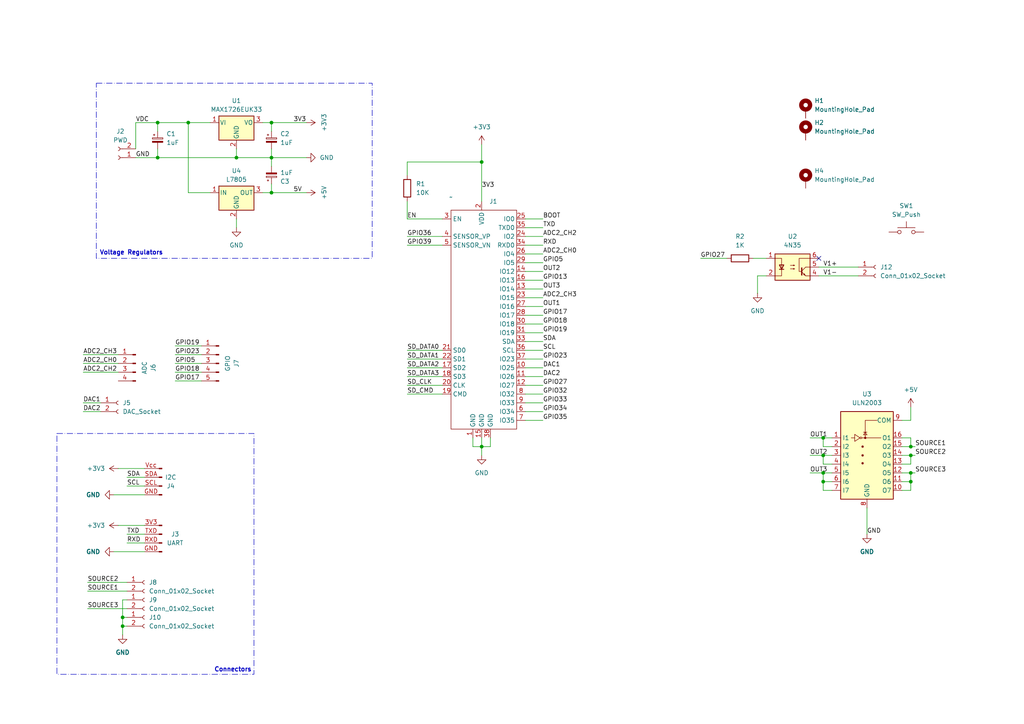
<source format=kicad_sch>
(kicad_sch (version 20231120) (generator "eeschema") (generator_version "8.0")
  (paper "A4")
  (lib_symbols
    (symbol "Alexander_Library_Symbols:Conn_I2C_01x04" (pin_names (offset 1.016) hide)
      (property "Reference" "J" (at 0 5.08 0))
      (property "Value" "I2C" (at 0 -7.62 0))
      (symbol "Conn_I2C_01x04_1_1"
        (polyline (pts (xy 1.27 -5.08) (xy 0.8636 -5.08)) (stroke (width 0.1524)))
        (polyline (pts (xy 1.27 -2.54) (xy 0.8636 -2.54)) (stroke (width 0.1524)))
        (polyline (pts (xy 1.27 0) (xy 0.8636 0)) (stroke (width 0.1524)))
        (polyline (pts (xy 1.27 2.54) (xy 0.8636 2.54)) (stroke (width 0.1524)))
        (rectangle (start 0.8636 -4.953) (end 0 -5.207) (stroke (width 0.1524)) (fill (type outline)))
        (rectangle (start 0.8636 -2.413) (end 0 -2.667) (stroke (width 0.1524)) (fill (type outline)))
        (rectangle (start 0.8636 0.127) (end 0 -0.127) (stroke (width 0.1524)) (fill (type outline)))
        (rectangle (start 0.8636 2.667) (end 0 2.413) (stroke (width 0.1524)) (fill (type outline)))
        (pin power_out line (at 5.08 -5.08 180) (length 3.81) (name "GND") (number "GND"))
        (pin bidirectional line (at 5.08 -2.54 180) (length 3.81) (name "SCL") (number "SCL"))
        (pin bidirectional line (at 5.08 0 180) (length 3.81) (name "SDA") (number "SDA"))
        (pin power_in line (at 5.08 2.54 180) (length 3.81) (name "VCC") (number "Vcc"))
      )
    )
    (symbol "Alexander_Library_Symbols:ESP32-WROOM-32D-SOCKET"
      (property "Reference" "J" (at 0 0 0))
      (symbol "ESP32-WROOM-32D-SOCKET_0_1"
        (rectangle (start 0 -3.81) (end 19.05 -67.31))
      )
      (symbol "ESP32-WROOM-32D-SOCKET_1_1"
        (pin power_out line (at 6.35 -69.85 90) (length 2.54) (name "GND") (number "1"))
        (pin bidirectional line (at 21.59 -49.53 180) (length 2.54) (name "IO25") (number "10"))
        (pin bidirectional line (at 21.59 -52.07 180) (length 2.54) (name "IO26") (number "11"))
        (pin bidirectional line (at 21.59 -54.61 180) (length 2.54) (name "IO27") (number "12"))
        (pin bidirectional line (at 21.59 -26.67 180) (length 2.54) (name "IO14") (number "13"))
        (pin bidirectional line (at 21.59 -21.59 180) (length 2.54) (name "IO12") (number "14"))
        (pin power_out line (at 8.89 -69.85 90) (length 2.54) (name "GND") (number "15"))
        (pin bidirectional line (at 21.59 -24.13 180) (length 2.54) (name "IO13") (number "16"))
        (pin input line (at -2.54 -49.53 0) (length 2.54) (name "SD2") (number "17"))
        (pin input line (at -2.54 -52.07 0) (length 2.54) (name "SD3") (number "18"))
        (pin input line (at -2.54 -57.15 0) (length 2.54) (name "CMD") (number "19"))
        (pin power_in line (at 8.89 -1.27 270) (length 2.54) (name "VDD") (number "2"))
        (pin input line (at -2.54 -54.61 0) (length 2.54) (name "CLK") (number "20"))
        (pin input line (at -2.54 -44.45 0) (length 2.54) (name "SD0") (number "21"))
        (pin input line (at -2.54 -46.99 0) (length 2.54) (name "SD1") (number "22"))
        (pin bidirectional line (at 21.59 -29.21 180) (length 2.54) (name "IO15") (number "23"))
        (pin bidirectional line (at 21.59 -11.43 180) (length 2.54) (name "IO2") (number "24"))
        (pin bidirectional line (at 21.59 -6.35 180) (length 2.54) (name "IO0") (number "25"))
        (pin bidirectional line (at 21.59 -16.51 180) (length 2.54) (name "IO4") (number "26"))
        (pin bidirectional line (at 21.59 -31.75 180) (length 2.54) (name "IO16") (number "27"))
        (pin bidirectional line (at 21.59 -34.29 180) (length 2.54) (name "IO17") (number "28"))
        (pin bidirectional line (at 21.59 -19.05 180) (length 2.54) (name "IO5") (number "29"))
        (pin input line (at -2.54 -6.35 0) (length 2.54) (name "EN") (number "3"))
        (pin bidirectional line (at 21.59 -36.83 180) (length 2.54) (name "IO18") (number "30"))
        (pin bidirectional line (at 21.59 -39.37 180) (length 2.54) (name "IO19") (number "31"))
        (pin bidirectional line (at 21.59 -41.91 180) (length 2.54) (name "SDA") (number "33"))
        (pin input line (at 21.59 -13.97 180) (length 2.54) (name "RXD0") (number "34"))
        (pin output line (at 21.59 -8.89 180) (length 2.54) (name "TXD0") (number "35"))
        (pin bidirectional line (at 21.59 -44.45 180) (length 2.54) (name "SCL") (number "36"))
        (pin bidirectional line (at 21.59 -46.99 180) (length 2.54) (name "IO23") (number "37"))
        (pin power_out line (at 11.43 -69.85 90) (length 2.54) (name "GND") (number "38"))
        (pin input line (at -2.54 -11.43 0) (length 2.54) (name "SENSOR_VP") (number "4"))
        (pin input line (at -2.54 -13.97 0) (length 2.54) (name "SENSOR_VN") (number "5"))
        (pin bidirectional line (at 21.59 -62.23 180) (length 2.54) (name "IO34") (number "6"))
        (pin bidirectional line (at 21.59 -64.77 180) (length 2.54) (name "IO35") (number "7"))
        (pin bidirectional line (at 21.59 -57.15 180) (length 2.54) (name "IO32") (number "8"))
        (pin bidirectional line (at 21.59 -59.69 180) (length 2.54) (name "IO33") (number "9"))
      )
    )
    (symbol "Conn_UART_1" (pin_names (offset 1.016) hide)
      (property "Reference" "J" (at 1.27 3.81 0))
      (property "Value" "UART" (at 2.54 -10.16 0))
      (symbol "Conn_UART_1_1_1"
        (polyline (pts (xy 1.27 -7.62) (xy 0.8636 -7.62)) (stroke (width 0.1524)))
        (polyline (pts (xy 1.27 -5.08) (xy 0.8636 -5.08)) (stroke (width 0.1524)))
        (polyline (pts (xy 1.27 -2.54) (xy 0.8636 -2.54)) (stroke (width 0.1524)))
        (polyline (pts (xy 1.27 0) (xy 0.8636 0)) (stroke (width 0.1524)))
        (rectangle (start 0.8636 -7.493) (end 0 -7.747) (stroke (width 0.1524)) (fill (type outline)))
        (rectangle (start 0.8636 -4.953) (end 0 -5.207) (stroke (width 0.1524)) (fill (type outline)))
        (rectangle (start 0.8636 -2.413) (end 0 -2.667) (stroke (width 0.1524)) (fill (type outline)))
        (rectangle (start 0.8636 0.127) (end 0 -0.127) (stroke (width 0.1524)) (fill (type outline)))
        (pin power_in line (at 5.08 0 180) (length 3.81) (name "3V3") (number "3V3"))
        (pin power_out line (at 5.08 -7.62 180) (length 3.81) (name "GND") (number "GND"))
        (pin input line (at 5.08 -5.08 180) (length 3.81) (name "RXD") (number "RXD"))
        (pin output line (at 5.08 -2.54 180) (length 3.81) (name "TXD") (number "TXD"))
      )
    )
    (symbol "Connector:Conn_01x02_Socket" (pin_names (offset 1.016) hide)
      (property "Reference" "J" (at 0 2.54 0))
      (property "Value" "Conn_01x02_Socket" (at 0 -5.08 0))
      (symbol "Conn_01x02_Socket_1_1"
        (arc (start 0 -2.032) (mid -0.5058 -2.54) (end 0 -3.048) (stroke (width 0.1524)))
        (polyline (pts (xy -1.27 -2.54) (xy -0.508 -2.54)) (stroke (width 0.1524)))
        (polyline (pts (xy -1.27 0) (xy -0.508 0)) (stroke (width 0.1524)))
        (arc (start 0 0.508) (mid -0.5058 0) (end 0 -0.508) (stroke (width 0.1524)))
        (pin passive line (at -5.08 0 0) (length 3.81) (name "Pin_1") (number "1"))
        (pin passive line (at -5.08 -2.54 0) (length 3.81) (name "Pin_2") (number "2"))
      )
    )
    (symbol "Connector:Conn_01x04_Pin" (pin_names (offset 1.016) hide)
      (property "Reference" "J" (at 0 5.08 0))
      (property "Value" "I2C" (at 0 -7.62 0))
      (symbol "Conn_01x04_Pin_1_1"
        (polyline (pts (xy 1.27 -5.08) (xy 0.8636 -5.08)) (stroke (width 0.1524)))
        (polyline (pts (xy 1.27 -2.54) (xy 0.8636 -2.54)) (stroke (width 0.1524)))
        (polyline (pts (xy 1.27 0) (xy 0.8636 0)) (stroke (width 0.1524)))
        (polyline (pts (xy 1.27 2.54) (xy 0.8636 2.54)) (stroke (width 0.1524)))
        (rectangle (start 0.8636 -4.953) (end 0 -5.207) (stroke (width 0.1524)) (fill (type outline)))
        (rectangle (start 0.8636 -2.413) (end 0 -2.667) (stroke (width 0.1524)) (fill (type outline)))
        (rectangle (start 0.8636 0.127) (end 0 -0.127) (stroke (width 0.1524)) (fill (type outline)))
        (rectangle (start 0.8636 2.667) (end 0 2.413) (stroke (width 0.1524)) (fill (type outline)))
        (pin passive line (at 5.08 2.54 180) (length 3.81) (name "Pin_1") (number "1"))
        (pin passive line (at 5.08 0 180) (length 3.81) (name "Pin_2") (number "2"))
        (pin passive line (at 5.08 -2.54 180) (length 3.81) (name "Pin_3") (number "3"))
        (pin passive line (at 5.08 -5.08 180) (length 3.81) (name "Pin_4") (number "4"))
      )
    )
    (symbol "Connector:Conn_01x05_Pin" (pin_names (offset 1.016) hide)
      (property "Reference" "J" (at 0 7.62 0))
      (property "Value" "Conn_01x05_Pin" (at 0 -7.62 0))
      (symbol "Conn_01x05_Pin_1_1"
        (polyline (pts (xy 1.27 -5.08) (xy 0.8636 -5.08)) (stroke (width 0.1524)))
        (polyline (pts (xy 1.27 -2.54) (xy 0.8636 -2.54)) (stroke (width 0.1524)))
        (polyline (pts (xy 1.27 0) (xy 0.8636 0)) (stroke (width 0.1524)))
        (polyline (pts (xy 1.27 2.54) (xy 0.8636 2.54)) (stroke (width 0.1524)))
        (polyline (pts (xy 1.27 5.08) (xy 0.8636 5.08)) (stroke (width 0.1524)))
        (rectangle (start 0.8636 -4.953) (end 0 -5.207) (stroke (width 0.1524)) (fill (type outline)))
        (rectangle (start 0.8636 -2.413) (end 0 -2.667) (stroke (width 0.1524)) (fill (type outline)))
        (rectangle (start 0.8636 0.127) (end 0 -0.127) (stroke (width 0.1524)) (fill (type outline)))
        (rectangle (start 0.8636 2.667) (end 0 2.413) (stroke (width 0.1524)) (fill (type outline)))
        (rectangle (start 0.8636 5.207) (end 0 4.953) (stroke (width 0.1524)) (fill (type outline)))
        (pin passive line (at 5.08 5.08 180) (length 3.81) (name "Pin_1") (number "1"))
        (pin passive line (at 5.08 2.54 180) (length 3.81) (name "Pin_2") (number "2"))
        (pin passive line (at 5.08 0 180) (length 3.81) (name "Pin_3") (number "3"))
        (pin passive line (at 5.08 -2.54 180) (length 3.81) (name "Pin_4") (number "4"))
        (pin passive line (at 5.08 -5.08 180) (length 3.81) (name "Pin_5") (number "5"))
      )
    )
    (symbol "Device:C_Polarized_Small" (pin_numbers hide) (pin_names (offset 0.254) hide)
      (property "Reference" "C" (at 0.254 1.778 0))
      (property "Value" "C_Polarized_Small" (at 0.254 -2.032 0))
      (symbol "C_Polarized_Small_0_1"
        (rectangle (start -1.524 -0.3048) (end 1.524 -0.6858) (fill (type outline)))
        (rectangle (start -1.524 0.6858) (end 1.524 0.3048))
        (polyline (pts (xy -1.27 1.524) (xy -0.762 1.524)))
        (polyline (pts (xy -1.016 1.27) (xy -1.016 1.778)))
      )
      (symbol "C_Polarized_Small_1_1"
        (pin passive line (at 0 2.54 270) (length 1.8542) (name "~") (number "1"))
        (pin passive line (at 0 -2.54 90) (length 1.8542) (name "~") (number "2"))
      )
    )
    (symbol "Device:R" (pin_numbers hide) (pin_names (offset 0))
      (property "Reference" "R" (at 2.032 0 90))
      (property "Value" "R" (at 0 0 90))
      (symbol "R_0_1"
        (rectangle (start -1.016 -2.54) (end 1.016 2.54) (stroke (width 0.254)))
      )
      (symbol "R_1_1"
        (pin passive line (at 0 3.81 270) (length 1.27) (name "~") (number "1"))
        (pin passive line (at 0 -3.81 90) (length 1.27) (name "~") (number "2"))
      )
    )
    (symbol "GND_1" (power) (pin_numbers hide) (pin_names (offset 0) hide)
      (property "Value" "GND" (at 0 -3.81 0))
      (symbol "GND_1_0_1"
        (polyline (pts (xy 0 0) (xy 0 -1.27) (xy 1.27 -1.27) (xy 0 -2.54) (xy -1.27 -1.27) (xy 0 -1.27)))
      )
      (symbol "GND_1_1_1"
        (pin power_in line (at 0 0 270) (length 0) (name "~") (number "1"))
      )
    )
    (symbol "GND_2" (power) (pin_numbers hide) (pin_names (offset 0) hide)
      (property "Value" "GND" (at 0 -3.81 0))
      (symbol "GND_2_0_1"
        (polyline (pts (xy 0 0) (xy 0 -1.27) (xy 1.27 -1.27) (xy 0 -2.54) (xy -1.27 -1.27) (xy 0 -1.27)))
      )
      (symbol "GND_2_1_1"
        (pin power_in line (at 0 0 270) (length 0) (name "~") (number "1"))
      )
    )
    (symbol "Isolator:4N35" (pin_names (offset 1.016))
      (property "Reference" "U" (at -5.08 5.08 0))
      (property "Value" "4N35" (at 0 5.08 0))
      (symbol "4N35_0_1"
        (rectangle (start -5.08 3.81) (end 5.08 -3.81) (stroke (width 0.254)) (fill (type background)))
        (polyline (pts (xy -3.81 -0.635) (xy -2.54 -0.635)) (stroke (width 0.254)))
        (polyline (pts (xy 2.667 -1.397) (xy 3.81 -2.54)))
        (polyline (pts (xy 2.667 -1.143) (xy 3.81 0)))
        (polyline (pts (xy 3.81 -2.54) (xy 5.08 -2.54)))
        (polyline (pts (xy 3.81 0) (xy 5.08 0)))
        (polyline (pts (xy 2.667 -0.254) (xy 2.667 -2.286) (xy 2.667 -2.286)) (stroke (width 0.3556)))
        (polyline (pts (xy -5.08 -2.54) (xy -3.175 -2.54) (xy -3.175 2.54) (xy -5.08 2.54)))
        (polyline (pts (xy -3.175 -0.635) (xy -3.81 0.635) (xy -2.54 0.635) (xy -3.175 -0.635)) (stroke (width 0.254)))
        (polyline (pts (xy 3.683 -2.413) (xy 3.429 -1.905) (xy 3.175 -2.159) (xy 3.683 -2.413)))
        (polyline (pts (xy 5.08 2.54) (xy 1.905 2.54) (xy 1.905 -1.27) (xy 2.54 -1.27)))
        (polyline (pts (xy -0.635 -0.508) (xy 0.635 -0.508) (xy 0.254 -0.635) (xy 0.254 -0.381) (xy 0.635 -0.508)))
        (polyline (pts (xy -0.635 0.508) (xy 0.635 0.508) (xy 0.254 0.381) (xy 0.254 0.635) (xy 0.635 0.508)))
      )
      (symbol "4N35_1_1"
        (pin passive line (at -7.62 2.54 0) (length 2.54) (name "~") (number "1"))
        (pin passive line (at -7.62 -2.54 0) (length 2.54) (name "~") (number "2"))
        (pin no_connect line (at -5.08 0 0) (length 2.54) hide (name "NC") (number "3"))
        (pin passive line (at 7.62 -2.54 180) (length 2.54) (name "~") (number "4"))
        (pin passive line (at 7.62 0 180) (length 2.54) (name "~") (number "5"))
        (pin passive line (at 7.62 2.54 180) (length 2.54) (name "~") (number "6"))
      )
    )
    (symbol "Mechanical:MountingHole_Pad" (pin_numbers hide) (pin_names (offset 1.016) hide)
      (property "Reference" "H" (at 0 6.35 0))
      (property "Value" "MountingHole_Pad" (at 0 4.445 0))
      (symbol "MountingHole_Pad_0_1"
        (circle (center 0 1.27) (radius 1.27) (stroke (width 1.27)))
      )
      (symbol "MountingHole_Pad_1_1"
        (pin input line (at 0 -2.54 90) (length 2.54) (name "1") (number "1"))
      )
    )
    (symbol "Regulator_Linear:L7805" (pin_names (offset 0.254))
      (property "Reference" "U" (at -3.81 3.175 0))
      (property "Value" "L7805" (at 0 3.175 0))
      (symbol "L7805_0_1"
        (rectangle (start -5.08 1.905) (end 5.08 -5.08) (stroke (width 0.254)) (fill (type background)))
      )
      (symbol "L7805_1_1"
        (pin power_in line (at -7.62 0 0) (length 2.54) (name "IN") (number "1"))
        (pin power_in line (at 0 -7.62 90) (length 2.54) (name "GND") (number "2"))
        (pin power_out line (at 7.62 0 180) (length 2.54) (name "OUT") (number "3"))
      )
    )
    (symbol "Regulator_Linear:LM78M05_TO220" (pin_names (offset 0.254))
      (property "Reference" "U" (at -3.81 3.175 0))
      (property "Value" "LM78M05_TO220" (at 0 3.175 0))
      (symbol "LM78M05_TO220_0_1"
        (rectangle (start -5.08 1.905) (end 5.08 -5.08) (stroke (width 0.254)) (fill (type background)))
      )
      (symbol "LM78M05_TO220_1_1"
        (pin power_in line (at -7.62 0 0) (length 2.54) (name "VI") (number "1"))
        (pin power_in line (at 0 -7.62 90) (length 2.54) (name "GND") (number "2"))
        (pin power_out line (at 7.62 0 180) (length 2.54) (name "VO") (number "3"))
      )
    )
    (symbol "Switch:SW_Push" (pin_numbers hide) (pin_names (offset 1.016) hide)
      (property "Reference" "SW" (at 1.27 2.54 0))
      (property "Value" "SW_Push" (at 0 -1.524 0))
      (symbol "SW_Push_0_1"
        (circle (center -2.032 0) (radius 0.508))
        (polyline (pts (xy 0 1.27) (xy 0 3.048)))
        (polyline (pts (xy 2.54 1.27) (xy -2.54 1.27)))
        (circle (center 2.032 0) (radius 0.508))
        (pin passive line (at -5.08 0 0) (length 2.54) (name "1") (number "1"))
        (pin passive line (at 5.08 0 180) (length 2.54) (name "2") (number "2"))
      )
    )
    (symbol "Transistor_Array:ULN2003"
      (property "Reference" "U" (at 0 15.875 0))
      (property "Value" "ULN2003" (at 0 13.97 0))
      (symbol "ULN2003_0_1"
        (rectangle (start -7.62 -12.7) (end 7.62 12.7) (stroke (width 0.254)) (fill (type background)))
        (circle (center -1.778 5.08) (radius 0.254))
        (circle (center -1.27 -2.286) (radius 0.254) (fill (type outline)))
        (circle (center -1.27 0) (radius 0.254) (fill (type outline)))
        (circle (center -1.27 2.54) (radius 0.254) (fill (type outline)))
        (circle (center -0.508 5.08) (radius 0.254) (fill (type outline)))
        (polyline (pts (xy -4.572 5.08) (xy -3.556 5.08)))
        (polyline (pts (xy -1.524 5.08) (xy 4.064 5.08)))
        (polyline (pts (xy 0 6.731) (xy -1.016 6.731)))
        (polyline (pts (xy -0.508 5.08) (xy -0.508 10.16) (xy 2.921 10.16)))
        (polyline (pts (xy -3.556 6.096) (xy -3.556 4.064) (xy -2.032 5.08) (xy -3.556 6.096)))
        (polyline (pts (xy 0 5.969) (xy -1.016 5.969) (xy -0.508 6.731) (xy 0 5.969)))
      )
      (symbol "ULN2003_1_1"
        (pin input line (at -10.16 5.08 0) (length 2.54) (name "I1") (number "1"))
        (pin open_collector line (at 10.16 -10.16 180) (length 2.54) (name "O7") (number "10"))
        (pin open_collector line (at 10.16 -7.62 180) (length 2.54) (name "O6") (number "11"))
        (pin open_collector line (at 10.16 -5.08 180) (length 2.54) (name "O5") (number "12"))
        (pin open_collector line (at 10.16 -2.54 180) (length 2.54) (name "O4") (number "13"))
        (pin open_collector line (at 10.16 0 180) (length 2.54) (name "O3") (number "14"))
        (pin open_collector line (at 10.16 2.54 180) (length 2.54) (name "O2") (number "15"))
        (pin open_collector line (at 10.16 5.08 180) (length 2.54) (name "O1") (number "16"))
        (pin input line (at -10.16 2.54 0) (length 2.54) (name "I2") (number "2"))
        (pin input line (at -10.16 0 0) (length 2.54) (name "I3") (number "3"))
        (pin input line (at -10.16 -2.54 0) (length 2.54) (name "I4") (number "4"))
        (pin input line (at -10.16 -5.08 0) (length 2.54) (name "I5") (number "5"))
        (pin input line (at -10.16 -7.62 0) (length 2.54) (name "I6") (number "6"))
        (pin input line (at -10.16 -10.16 0) (length 2.54) (name "I7") (number "7"))
        (pin power_in line (at 0 -15.24 90) (length 2.54) (name "GND") (number "8"))
        (pin passive line (at 10.16 10.16 180) (length 2.54) (name "COM") (number "9"))
      )
    )
    (symbol "power:+3V3" (power) (pin_names (offset 0))
      (property "Value" "+3V3" (at 0 3.556 0))
      (symbol "+3V3_0_1"
        (polyline (pts (xy -0.762 1.27) (xy 0 2.54)))
        (polyline (pts (xy 0 0) (xy 0 2.54)))
        (polyline (pts (xy 0 2.54) (xy 0.762 1.27)))
      )
      (symbol "+3V3_1_1"
        (pin power_in line (at 0 0 90) (length 0) hide (name "+3V3") (number "1"))
      )
    )
    (symbol "power:+5V" (power) (pin_names (offset 0))
      (property "Value" "+5V" (at 0 3.556 0))
      (symbol "+5V_0_1"
        (polyline (pts (xy -0.762 1.27) (xy 0 2.54)))
        (polyline (pts (xy 0 0) (xy 0 2.54)))
        (polyline (pts (xy 0 2.54) (xy 0.762 1.27)))
      )
      (symbol "+5V_1_1"
        (pin power_in line (at 0 0 90) (length 0) hide (name "+5V") (number "1"))
      )
    )
    (symbol "power:GND" (power) (pin_names (offset 0))
      (property "Value" "GND" (at 0 -3.81 0))
      (symbol "GND_0_1"
        (polyline (pts (xy 0 0) (xy 0 -1.27) (xy 1.27 -1.27) (xy 0 -2.54) (xy -1.27 -1.27) (xy 0 -1.27)))
      )
      (symbol "GND_1_1"
        (pin power_in line (at 0 0 270) (length 0) hide (name "GND") (number "1"))
      )
    )
  )
  (junction (at 68.58 45.72))
  (junction (at 78.74 45.72))
  (junction (at 45.72 45.72))
  (junction (at 238.76 139.7))
  (junction (at 139.7 46.99))
  (junction (at 264.16 129.54))
  (junction (at 238.76 137.16))
  (junction (at 78.74 55.88))
  (junction (at 238.76 132.08))
  (junction (at 264.16 137.16))
  (junction (at 264.16 139.7))
  (junction (at 54.61 35.56))
  (junction (at 35.56 179.07))
  (junction (at 264.16 132.08))
  (junction (at 78.74 35.56))
  (junction (at 35.56 181.61))
  (junction (at 45.72 35.56))
  (junction (at 238.76 127))
  (junction (at 139.7 129.54))
  (no_connect (at 237.49 74.93))
  (wire (pts (xy 152.4 68.58) (xy 157.48 68.58)))
  (wire (pts (xy 68.58 63.5) (xy 68.58 66.04)))
  (wire (pts (xy 118.11 111.76) (xy 128.27 111.76)))
  (wire (pts (xy 35.56 173.99) (xy 35.56 179.07)))
  (wire (pts (xy 36.83 140.97) (xy 41.91 140.97)))
  (wire (pts (xy 25.4 168.91) (xy 36.83 168.91)))
  (wire (pts (xy 152.4 73.66) (xy 157.48 73.66)))
  (wire (pts (xy 118.11 109.22) (xy 128.27 109.22)))
  (wire (pts (xy 60.96 55.88) (xy 54.61 55.88)))
  (wire (pts (xy 36.83 154.94) (xy 41.91 154.94)))
  (wire (pts (xy 139.7 41.91) (xy 139.7 46.99)))
  (wire (pts (xy 152.4 88.9) (xy 157.48 88.9)))
  (wire (pts (xy 152.4 91.44) (xy 157.48 91.44)))
  (wire (pts (xy 34.29 135.89) (xy 41.91 135.89)))
  (wire (pts (xy 35.56 179.07) (xy 35.56 181.61)))
  (wire (pts (xy 68.58 43.18) (xy 68.58 45.72)))
  (wire (pts (xy 152.4 114.3) (xy 157.48 114.3)))
  (wire (pts (xy 34.29 107.95) (xy 24.13 107.95)))
  (wire (pts (xy 241.3 137.16) (xy 238.76 137.16)))
  (wire (pts (xy 137.16 129.54) (xy 139.7 129.54)))
  (wire (pts (xy 58.42 102.87) (xy 50.8 102.87)))
  (wire (pts (xy 78.74 43.18) (xy 78.74 45.72)))
  (wire (pts (xy 241.3 134.62) (xy 238.76 134.62)))
  (wire (pts (xy 34.29 102.87) (xy 24.13 102.87)))
  (wire (pts (xy 152.4 63.5) (xy 157.48 63.5)))
  (wire (pts (xy 264.16 121.92) (xy 261.62 121.92)))
  (wire (pts (xy 234.95 137.16) (xy 238.76 137.16)))
  (wire (pts (xy 238.76 142.24) (xy 238.76 139.7)))
  (wire (pts (xy 58.42 105.41) (xy 50.8 105.41)))
  (wire (pts (xy 152.4 116.84) (xy 157.48 116.84)))
  (wire (pts (xy 128.27 63.5) (xy 118.11 63.5)))
  (wire (pts (xy 137.16 127) (xy 137.16 129.54)))
  (wire (pts (xy 54.61 35.56) (xy 60.96 35.56)))
  (wire (pts (xy 24.13 116.84) (xy 29.21 116.84)))
  (wire (pts (xy 118.11 71.12) (xy 128.27 71.12)))
  (wire (pts (xy 118.11 46.99) (xy 118.11 50.8)))
  (wire (pts (xy 264.16 142.24) (xy 264.16 139.7)))
  (wire (pts (xy 34.29 152.4) (xy 41.91 152.4)))
  (wire (pts (xy 45.72 35.56) (xy 45.72 38.1)))
  (wire (pts (xy 45.72 43.18) (xy 45.72 45.72)))
  (wire (pts (xy 139.7 129.54) (xy 139.7 132.08)))
  (wire (pts (xy 118.11 104.14) (xy 128.27 104.14)))
  (wire (pts (xy 264.16 118.11) (xy 264.16 121.92)))
  (wire (pts (xy 25.4 171.45) (xy 36.83 171.45)))
  (wire (pts (xy 261.62 132.08) (xy 264.16 132.08)))
  (wire (pts (xy 118.11 101.6) (xy 128.27 101.6)))
  (wire (pts (xy 152.4 119.38) (xy 157.48 119.38)))
  (wire (pts (xy 237.49 80.01) (xy 248.92 80.01)))
  (wire (pts (xy 54.61 35.56) (xy 54.61 55.88)))
  (wire (pts (xy 218.44 74.93) (xy 222.25 74.93)))
  (wire (pts (xy 36.83 173.99) (xy 35.56 173.99)))
  (wire (pts (xy 78.74 55.88) (xy 88.9 55.88)))
  (wire (pts (xy 264.16 139.7) (xy 264.16 137.16)))
  (wire (pts (xy 78.74 45.72) (xy 88.9 45.72)))
  (wire (pts (xy 264.16 129.54) (xy 264.16 127)))
  (wire (pts (xy 152.4 104.14) (xy 157.48 104.14)))
  (wire (pts (xy 36.83 181.61) (xy 35.56 181.61)))
  (wire (pts (xy 25.4 176.53) (xy 36.83 176.53)))
  (wire (pts (xy 152.4 111.76) (xy 157.48 111.76)))
  (wire (pts (xy 35.56 181.61) (xy 35.56 184.15)))
  (wire (pts (xy 76.2 55.88) (xy 78.74 55.88)))
  (wire (pts (xy 241.3 132.08) (xy 238.76 132.08)))
  (wire (pts (xy 41.91 143.51) (xy 33.02 143.51)))
  (wire (pts (xy 261.62 129.54) (xy 264.16 129.54)))
  (wire (pts (xy 36.83 157.48) (xy 41.91 157.48)))
  (wire (pts (xy 118.11 46.99) (xy 139.7 46.99)))
  (wire (pts (xy 78.74 45.72) (xy 78.74 48.26)))
  (wire (pts (xy 152.4 66.04) (xy 157.48 66.04)))
  (wire (pts (xy 76.2 35.56) (xy 78.74 35.56)))
  (wire (pts (xy 152.4 109.22) (xy 157.48 109.22)))
  (wire (pts (xy 58.42 107.95) (xy 50.8 107.95)))
  (wire (pts (xy 251.46 147.32) (xy 251.46 154.94)))
  (wire (pts (xy 264.16 132.08) (xy 265.43 132.08)))
  (wire (pts (xy 68.58 45.72) (xy 78.74 45.72)))
  (wire (pts (xy 237.49 77.47) (xy 248.92 77.47)))
  (wire (pts (xy 152.4 96.52) (xy 157.48 96.52)))
  (wire (pts (xy 261.62 127) (xy 264.16 127)))
  (wire (pts (xy 118.11 114.3) (xy 128.27 114.3)))
  (wire (pts (xy 264.16 137.16) (xy 265.43 137.16)))
  (wire (pts (xy 78.74 38.1) (xy 78.74 35.56)))
  (wire (pts (xy 152.4 71.12) (xy 157.48 71.12)))
  (wire (pts (xy 39.37 35.56) (xy 45.72 35.56)))
  (wire (pts (xy 152.4 81.28) (xy 157.48 81.28)))
  (wire (pts (xy 152.4 99.06) (xy 157.48 99.06)))
  (wire (pts (xy 264.16 129.54) (xy 265.43 129.54)))
  (wire (pts (xy 118.11 68.58) (xy 128.27 68.58)))
  (wire (pts (xy 41.91 160.02) (xy 33.02 160.02)))
  (wire (pts (xy 152.4 86.36) (xy 157.48 86.36)))
  (wire (pts (xy 203.2 74.93) (xy 210.82 74.93)))
  (wire (pts (xy 261.62 134.62) (xy 264.16 134.62)))
  (wire (pts (xy 152.4 78.74) (xy 157.48 78.74)))
  (wire (pts (xy 261.62 142.24) (xy 264.16 142.24)))
  (wire (pts (xy 152.4 106.68) (xy 157.48 106.68)))
  (wire (pts (xy 152.4 121.92) (xy 157.48 121.92)))
  (wire (pts (xy 241.3 139.7) (xy 238.76 139.7)))
  (wire (pts (xy 78.74 53.34) (xy 78.74 55.88)))
  (wire (pts (xy 264.16 134.62) (xy 264.16 132.08)))
  (wire (pts (xy 139.7 46.99) (xy 139.7 58.42)))
  (wire (pts (xy 238.76 134.62) (xy 238.76 132.08)))
  (wire (pts (xy 219.71 85.09) (xy 219.71 80.01)))
  (wire (pts (xy 152.4 83.82) (xy 157.48 83.82)))
  (wire (pts (xy 24.13 119.38) (xy 29.21 119.38)))
  (wire (pts (xy 142.24 129.54) (xy 139.7 129.54)))
  (wire (pts (xy 238.76 129.54) (xy 238.76 127)))
  (wire (pts (xy 234.95 132.08) (xy 238.76 132.08)))
  (wire (pts (xy 152.4 76.2) (xy 157.48 76.2)))
  (wire (pts (xy 241.3 127) (xy 238.76 127)))
  (wire (pts (xy 142.24 127) (xy 142.24 129.54)))
  (wire (pts (xy 261.62 139.7) (xy 264.16 139.7)))
  (wire (pts (xy 261.62 137.16) (xy 264.16 137.16)))
  (wire (pts (xy 234.95 127) (xy 238.76 127)))
  (wire (pts (xy 152.4 93.98) (xy 157.48 93.98)))
  (wire (pts (xy 238.76 139.7) (xy 238.76 137.16)))
  (wire (pts (xy 58.42 110.49) (xy 50.8 110.49)))
  (wire (pts (xy 36.83 138.43) (xy 41.91 138.43)))
  (wire (pts (xy 152.4 101.6) (xy 157.48 101.6)))
  (wire (pts (xy 45.72 35.56) (xy 54.61 35.56)))
  (wire (pts (xy 118.11 106.68) (xy 128.27 106.68)))
  (wire (pts (xy 118.11 58.42) (xy 118.11 63.5)))
  (wire (pts (xy 58.42 100.33) (xy 50.8 100.33)))
  (wire (pts (xy 78.74 35.56) (xy 88.9 35.56)))
  (wire (pts (xy 39.37 45.72) (xy 45.72 45.72)))
  (wire (pts (xy 34.29 105.41) (xy 24.13 105.41)))
  (wire (pts (xy 241.3 142.24) (xy 238.76 142.24)))
  (wire (pts (xy 219.71 80.01) (xy 222.25 80.01)))
  (wire (pts (xy 241.3 129.54) (xy 238.76 129.54)))
  (wire (pts (xy 35.56 179.07) (xy 36.83 179.07)))
  (wire (pts (xy 139.7 127) (xy 139.7 129.54)))
  (wire (pts (xy 45.72 45.72) (xy 68.58 45.72)))
  (wire (pts (xy 39.37 35.56) (xy 39.37 43.18)))
  (rectangle (start 16.51 125.73) (end 73.66 195.58) (stroke (width 0) (type dash_dot)))
  (rectangle (start 27.94 24.13) (end 107.95 74.93) (stroke (width 0) (type dash_dot)))
  (text "Voltage Regulators" (at 38.1 72.644 0) (effects (font (size 1.27 1.27) (thickness 0.254) (bold yes)) (justify top)))
  (text "Connectors" (at 67.564 194.31 0) (effects (font (size 1.27 1.27) (thickness 0.254) (bold yes))))
  (label "ADC2_CH3" (at 24.13 102.87 0))
  (label "ADC2_CH0" (at 24.13 105.41 0))
  (label "SD_DATA1" (at 118.11 104.14 0))
  (label "SOURCE1" (at 25.4 171.45 0))
  (label "GPIO27" (at 157.48 111.76 0))
  (label "GPIO5" (at 157.48 76.2 0))
  (label "ADC2_CH2" (at 24.13 107.95 0))
  (label "ADC2_CH2" (at 157.48 68.58 0))
  (label "OUT1" (at 157.48 88.9 0))
  (label "OUT2" (at 157.48 78.74 0))
  (label "SD_DATA0" (at 118.11 101.6 0))
  (label "GPIO23" (at 157.48 104.14 0))
  (label "VDC" (at 39.37 35.56 0))
  (label "GPIO13" (at 157.48 81.28 0))
  (label "SOURCE3" (at 25.4 176.53 0))
  (label "SD_CLK" (at 118.11 111.76 0))
  (label "DAC2" (at 24.13 119.38 0))
  (label "TXD" (at 157.48 66.04 0))
  (label "OUT2" (at 234.95 132.08 0))
  (label "SDA" (at 157.48 99.06 0))
  (label "SD_CMD" (at 118.11 114.3 0))
  (label "SD_DATA3" (at 118.11 109.22 0))
  (label "GPIO17" (at 157.48 91.44 0))
  (label "GPIO23" (at 50.8 102.87 0))
  (label "GPIO5" (at 50.8 105.41 0))
  (label "SD_DATA2" (at 118.11 106.68 0))
  (label "GPIO34" (at 157.48 119.38 0))
  (label "OUT3" (at 157.48 83.82 0))
  (label "SCL" (at 157.48 101.6 0))
  (label "GPIO18" (at 157.48 93.98 0))
  (label "V1-" (at 238.76 80.01 0))
  (label "RXD" (at 36.83 157.48 0))
  (label "GPIO27" (at 203.2 74.93 0))
  (label "SCL" (at 36.83 140.97 0))
  (label "GPIO33" (at 157.48 116.84 0))
  (label "3V3" (at 139.7 54.61 0))
  (label "ADC2_CH3" (at 157.48 86.36 0))
  (label "GPIO35" (at 157.48 121.92 0))
  (label "GPIO39" (at 118.11 71.12 0))
  (label "SOURCE1" (at 265.43 129.54 0))
  (label "OUT3" (at 234.95 137.16 0))
  (label "GPIO17" (at 50.8 110.49 0))
  (label "GPIO18" (at 50.8 107.95 0))
  (label "SOURCE2" (at 265.43 132.08 0))
  (label "BOOT" (at 157.48 63.5 0))
  (label "SOURCE3" (at 265.43 137.16 0))
  (label "ADC2_CH0" (at 157.48 73.66 0))
  (label "5V" (at 85.09 55.88 0))
  (label "GPIO32" (at 157.48 114.3 0))
  (label "DAC2" (at 157.48 109.22 0))
  (label "DAC1" (at 157.48 106.68 0))
  (label "3V3" (at 85.09 35.56 0))
  (label "SDA" (at 36.83 138.43 0))
  (label "GPIO19" (at 50.8 100.33 0))
  (label "OUT1" (at 234.95 127 0))
  (label "GPIO36" (at 118.11 68.58 0))
  (label "GPIO19" (at 157.48 96.52 0))
  (label "GND" (at 39.37 45.72 0))
  (label "V1+" (at 238.76 77.47 0))
  (label "DAC1" (at 24.13 116.84 0))
  (label "EN" (at 118.11 63.5 0))
  (label "GND" (at 251.46 154.94 0))
  (label "TXD" (at 36.83 154.94 0))
  (label "SOURCE2" (at 25.4 168.91 0))
  (label "RXD" (at 157.48 71.12 0))
  (symbol (lib_id "Connector:Conn_01x02_Socket") (at 34.29 116.84 0) (unit 1)
    (property "Reference" "J5" (at 35.56 116.84 0) (effects (justify left)))
    (property "Value" "DAC_Socket" (at 35.56 119.38 0) (effects (justify left)))
    (property "Footprint" "Connector_PinSocket_2.54mm:PinSocket_1x02_P2.54mm_Vertical" (effects (hide yes)))
  )
  (symbol (lib_id "power:GND") (at 88.9 45.72 90) (unit 1)
    (property "Reference" "#PWR03" (effects (hide yes)))
    (property "Value" "GND" (at 92.71 45.7199 90) (effects (justify right)))
  )
  (symbol (lib_id "power:+3V3") (at 34.29 152.4 90) (unit 1)
    (property "Reference" "#PWR06" (effects (hide yes)))
    (property "Value" "+3V3" (at 30.48 152.3999 90) (effects (justify left)))
  )
  (symbol (lib_id "power:+3V3") (at 34.29 135.89 90) (unit 1)
    (property "Reference" "#PWR08" (effects (hide yes)))
    (property "Value" "+3V3" (at 30.48 135.89 90) (effects (justify left)))
  )
  (symbol (lib_id "power:+5V") (at 264.16 118.11 0) (unit 1)
    (property "Reference" "#PWR012" (effects (hide yes)))
    (property "Value" "+5V" (at 264.16 113.03 0))
  )
  (symbol (lib_id "Transistor_Array:ULN2003") (at 251.46 132.08 0) (unit 1)
    (property "Reference" "U3" (at 251.46 114.3 0))
    (property "Value" "ULN2003" (at 251.46 116.84 0))
    (property "Footprint" "Package_DIP:DIP-16_W7.62mm" (effects (hide yes)))
    (property "Datasheet" "http://www.ti.com/lit/ds/symlink/uln2003a.pdf" (effects (hide yes)))
  )
  (symbol (lib_name "Conn_UART_1") (lib_id "Alexander_Library_Symbols:Conn_UART") (at 46.99 152.4 0) (mirror y) (unit 1)
    (property "Reference" "J3" (at 50.8 154.94 0))
    (property "Value" "UART" (at 50.8 157.48 0))
    (property "Footprint" "Alexander Footprints Library:Conn_UART" (effects (hide yes)))
  )
  (symbol (lib_id "Device:C_Polarized_Small") (at 78.74 50.8 0) (mirror x) (unit 1)
    (property "Reference" "C3" (at 81.28 52.6161 0) (effects (justify left)))
    (property "Value" "1uF" (at 81.28 50.0761 0) (effects (justify left)))
    (property "Footprint" "Capacitor_THT:CP_Radial_D4.0mm_P2.00mm" (effects (hide yes)))
  )
  (symbol (lib_id "Device:C_Polarized_Small") (at 45.72 40.64 0) (unit 1)
    (property "Reference" "C1" (at 48.26 38.8239 0) (effects (justify left)))
    (property "Value" "1uF" (at 48.26 41.3639 0) (effects (justify left)))
    (property "Footprint" "Capacitor_THT:CP_Radial_D4.0mm_P2.00mm" (effects (hide yes)))
  )
  (symbol (lib_id "Device:R") (at 214.63 74.93 90) (unit 1)
    (property "Reference" "R2" (at 214.63 68.58 90))
    (property "Value" "1K" (at 214.63 71.12 90))
    (property "Footprint" "Resistor_SMD:R_1210_3225Metric_Pad1.30x2.65mm_HandSolder" (effects (hide yes)))
  )
  (symbol (lib_id "power:GND") (at 33.02 143.51 270) (unit 1)
    (property "Reference" "#PWR09" (effects (hide yes)))
    (property "Value" "GND" (at 29.21 143.51 90) (effects (font (bold yes)) (justify right)))
  )
  (symbol (lib_id "power:GND") (at 33.02 160.02 270) (unit 1)
    (property "Reference" "#PWR07" (effects (hide yes)))
    (property "Value" "GND" (at 29.21 160.02 90) (effects (font (bold yes)) (justify right)))
  )
  (symbol (lib_id "Connector:Conn_01x05_Pin") (at 63.5 105.41 0) (mirror y) (unit 1)
    (property "Reference" "J7" (at 68.58 105.41 90))
    (property "Value" "GPIO" (at 66.04 105.41 90))
    (property "Footprint" "Connector_PinSocket_2.54mm:PinSocket_1x05_P2.54mm_Vertical" (effects (hide yes)))
  )
  (symbol (lib_id "Connector:Conn_01x02_Socket") (at 254 77.47 0) (unit 1)
    (property "Reference" "J12" (at 255.27 77.4699 0) (effects (justify left)))
    (property "Value" "Conn_01x02_Socket" (at 255.27 80.0099 0) (effects (justify left)))
    (property "Footprint" "Connector_PinSocket_2.54mm:PinSocket_1x02_P2.54mm_Vertical" (effects (hide yes)))
    (property "Description" "Generic connector, single row, 01x02, script generated" (effects (hide yes)))
  )
  (symbol (lib_id "Mechanical:MountingHole_Pad") (at 233.68 38.1 0) (unit 1)
    (property "Reference" "H2" (at 236.22 35.56 0) (effects (justify left)))
    (property "Value" "MountingHole_Pad" (at 236.22 38.1 0) (effects (justify left)))
    (property "Footprint" "MountingHole:MountingHole_3mm" (effects (hide yes)))
  )
  (symbol (lib_id "power:GND") (at 251.46 154.94 0) (unit 1)
    (property "Reference" "#PWR010" (effects (hide yes)))
    (property "Value" "GND" (at 251.46 160.02 0) (effects (font (bold yes))))
  )
  (symbol (lib_id "Connector:Conn_01x02_Socket") (at 41.91 173.99 0) (unit 1)
    (property "Reference" "J9" (at 43.18 173.99 0) (effects (justify left)))
    (property "Value" "Conn_01x02_Socket" (at 43.18 176.53 0) (effects (justify left)))
    (property "Footprint" "Alexander Footprints Library:Conn_Terminal_5mm" (effects (hide yes)))
  )
  (symbol (lib_id "Connector:Conn_01x04_Pin") (at 39.37 105.41 0) (mirror y) (unit 1)
    (property "Reference" "J6" (at 44.45 106.68 90))
    (property "Value" "ADC" (at 41.91 106.68 90))
    (property "Footprint" "Connector_PinSocket_2.54mm:PinSocket_1x04_P2.54mm_Vertical" (effects (hide yes)))
  )
  (symbol (lib_name "GND_1") (lib_id "power:GND") (at 35.56 184.15 0) (unit 1)
    (property "Reference" "#PWR014" (effects (hide yes)))
    (property "Value" "GND" (at 35.56 189.23 0) (effects (font (bold yes))))
    (property "Description" "Power symbol creates a global label with name \"GND\" , ground" (effects (hide yes)))
  )
  (symbol (lib_id "Connector:Conn_01x02_Socket") (at 41.91 179.07 0) (unit 1)
    (property "Reference" "J10" (at 43.18 179.07 0) (effects (justify left)))
    (property "Value" "Conn_01x02_Socket" (at 43.18 181.61 0) (effects (justify left)))
    (property "Footprint" "Alexander Footprints Library:Conn_Terminal_5mm" (effects (hide yes)))
  )
  (symbol (lib_id "Connector:Conn_01x02_Socket") (at 41.91 168.91 0) (unit 1)
    (property "Reference" "J8" (at 43.18 168.91 0) (effects (justify left)))
    (property "Value" "Conn_01x02_Socket" (at 43.18 171.45 0) (effects (justify left)))
    (property "Footprint" "Alexander Footprints Library:Conn_Terminal_5mm" (effects (hide yes)))
  )
  (symbol (lib_id "Connector:Conn_01x02_Socket") (at 34.29 45.72 180) (unit 1)
    (property "Reference" "J2" (at 34.925 38.1 0))
    (property "Value" "PWD" (at 34.925 40.64 0))
    (property "Footprint" "Connector_PinSocket_2.54mm:PinSocket_1x02_P2.54mm_Vertical" (effects (hide yes)))
  )
  (symbol (lib_id "Regulator_Linear:L7805") (at 68.58 55.88 0) (unit 1)
    (property "Reference" "U4" (at 68.58 49.53 0))
    (property "Value" "L7805" (at 68.58 52.07 0))
    (property "Footprint" "Alexander Footprints Library:LD1117" (effects (hide yes)))
    (property "Datasheet" "http://www.st.com/content/ccc/resource/technical/document/datasheet/41/4f/b3/b0/12/d4/47/88/CD00000444.pdf/files/CD00000444.pdf/jcr:content/translations/en.CD00000444.pdf" (effects (hide yes)))
  )
  (symbol (lib_id "power:GND") (at 68.58 66.04 0) (unit 1)
    (property "Reference" "#PWR013" (effects (hide yes)))
    (property "Value" "GND" (at 68.58 71.12 0))
  )
  (symbol (lib_id "Device:C_Polarized_Small") (at 78.74 40.64 0) (unit 1)
    (property "Reference" "C2" (at 81.28 38.8239 0) (effects (justify left)))
    (property "Value" "1uF" (at 81.28 41.3639 0) (effects (justify left)))
    (property "Footprint" "Capacitor_THT:CP_Radial_D4.0mm_P2.00mm" (effects (hide yes)))
  )
  (symbol (lib_id "Switch:SW_Push") (at 262.89 67.31 0) (unit 1)
    (property "Reference" "SW1" (at 262.89 59.69 0))
    (property "Value" "SW_Push" (at 262.89 62.23 0))
    (property "Description" "Push button switch, generic, two pins" (effects (hide yes)))
  )
  (symbol (lib_id "power:+3V3") (at 139.7 41.91 0) (unit 1)
    (property "Reference" "#PWR02" (effects (hide yes)))
    (property "Value" "+3V3" (at 139.7 36.83 0))
  )
  (symbol (lib_id "power:+5V") (at 88.9 55.88 270) (unit 1)
    (property "Reference" "#PWR05" (effects (hide yes)))
    (property "Value" "+5V" (at 93.98 55.88 0))
  )
  (symbol (lib_id "Mechanical:MountingHole_Pad") (at 233.68 31.75 0) (unit 1)
    (property "Reference" "H1" (at 236.22 29.21 0) (effects (justify left)))
    (property "Value" "MountingHole_Pad" (at 236.22 31.75 0) (effects (justify left)))
    (property "Footprint" "MountingHole:MountingHole_3mm" (effects (hide yes)))
  )
  (symbol (lib_id "Regulator_Linear:LM78M05_TO220") (at 68.58 35.56 0) (unit 1)
    (property "Reference" "U1" (at 68.58 29.21 0))
    (property "Value" "MAX1726EUK33" (at 68.58 31.75 0))
    (property "Footprint" "Package_TO_SOT_SMD:SOT-223-3_TabPin2" (effects (hide yes)))
    (property "Datasheet" "https://www.onsemi.com/pub/Collateral/MC78M00-D.PDF" (effects (hide yes)))
  )
  (symbol (lib_id "Mechanical:MountingHole_Pad") (at 233.68 52.07 0) (unit 1)
    (property "Reference" "H4" (at 236.22 49.53 0) (effects (justify left)))
    (property "Value" "MountingHole_Pad" (at 236.22 52.07 0) (effects (justify left)))
    (property "Footprint" "MountingHole:MountingHole_3mm" (effects (hide yes)))
  )
  (symbol (lib_id "Isolator:4N35") (at 229.87 77.47 0) (unit 1)
    (property "Reference" "U2" (at 229.87 68.58 0))
    (property "Value" "4N35" (at 229.87 71.12 0))
    (property "Footprint" "Package_DIP:DIP-6_W7.62mm" (effects (hide yes)))
    (property "Datasheet" "https://www.vishay.com/docs/81181/4n35.pdf" (effects (hide yes)))
    (property "Description" "Optocoupler, Phototransistor Output, with Base Connection, Vce 70V, CTR 100%, Viso 5000V, DIP6" (effects (hide yes)))
  )
  (symbol (lib_id "power:+3V3") (at 88.9 35.56 270) (unit 1)
    (property "Reference" "#PWR04" (effects (hide yes)))
    (property "Value" "+3V3" (at 93.98 35.56 0))
  )
  (symbol (lib_id "Alexander_Library_Symbols:Conn_I2C_01x04") (at 46.99 138.43 0) (mirror y) (unit 1)
    (property "Reference" "J4" (at 49.53 140.97 0))
    (property "Value" "I2C" (at 49.53 138.43 0))
    (property "Footprint" "Alexander Footprints Library:Conn_I2C" (effects (hide yes)))
  )
  (symbol (lib_id "Device:R") (at 118.11 54.61 0) (unit 1)
    (property "Reference" "R1" (at 120.65 53.34 0) (effects (justify left)))
    (property "Value" "10K" (at 120.65 55.88 0) (effects (justify left)))
    (property "Footprint" "Resistor_SMD:R_1210_3225Metric_Pad1.30x2.65mm_HandSolder" (effects (hide yes)))
  )
  (symbol (lib_name "GND_2") (lib_id "power:GND") (at 219.71 85.09 0) (unit 1)
    (property "Reference" "#PWR011" (effects (hide yes)))
    (property "Value" "GND" (at 219.71 90.17 0))
    (property "Description" "Power symbol creates a global label with name \"GND\" , ground" (effects (hide yes)))
  )
  (symbol (lib_id "power:GND") (at 139.7 132.08 0) (unit 1)
    (property "Reference" "#PWR01" (effects (hide yes)))
    (property "Value" "GND" (at 139.7 137.16 0))
  )
  (symbol (lib_id "Alexander_Library_Symbols:ESP32-WROOM-32D-SOCKET") (at 130.81 57.15 0) (unit 1)
    (property "Reference" "J1" (at 141.8941 58.42 0) (effects (justify left)))
    (property "Value" "~" (at 130.81 57.15 0))
    (property "Footprint" "Alexander Footprints Library:ESP32-WROOM-Adapter-Socket-2" (effects (hide yes)))
  )
)
</source>
